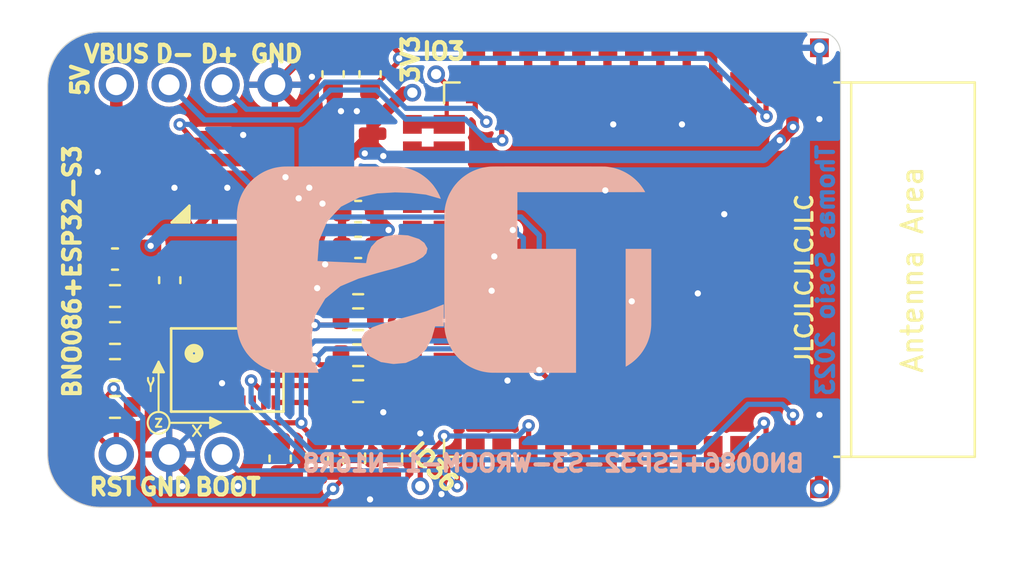
<source format=kicad_pcb>
(kicad_pcb (version 20221018) (generator pcbnew)
  (title_block (comment 4 "AISLER Project ID: LXXGXMCH"))
  (layers (0 "F.Cu" signal) (31 "B.Cu" signal) (34 "B.Paste" user) (35 "F.Paste" user) (36 "B.SilkS" user "B.Silkscreen") (37 "F.SilkS" user "F.Silkscreen") (38 "B.Mask" user) (39 "F.Mask" user) (44 "Edge.Cuts" user))
  (net 0 "")
  (net 1 "GND")
  (net 2 "/CAP")
  (net 3 "/XIN")
  (net 4 "/XOUT")
  (net 5 "3.3V")
  (net 6 "/SCL{slash}SCK{slash}RX")
  (net 7 "/SDA{slash}MISO{slash}TX")
  (net 8 "/INT")
  (net 9 "/BOOT")
  (net 10 "/PS1")
  (net 11 "/RST")
  (net 12 "/MOSI")
  (net 13 "/CS")
  (net 14 "/VBUS")
  (net 16 "unconnected-(U2-GPIO4{slash}TOUCH4{slash}ADC1_CH3-Pad4)")
  (net 17 "/IO38")
  (net 18 "/CHIP_PU")
  (net 19 "/D+")
  (net 20 "/D-")
  (net 21 "unconnected-(U2-GPIO8{slash}TOUCH8{slash}ADC1_CH7{slash}SUBSPICS1-Pad12)")
  (net 22 "/IO0")
  (net 23 "unconnected-(U2-GPIO5{slash}TOUCH5{slash}ADC1_CH4-Pad5)")
  (net 24 "unconnected-(U2-GPIO6{slash}TOUCH6{slash}ADC1_CH5-Pad6)")
  (net 25 "unconnected-(U2-GPIO7{slash}TOUCH7{slash}ADC1_CH6-Pad7)")
  (net 26 "unconnected-(U2-GPIO15{slash}U0RTS{slash}ADC2_CH4{slash}XTAL_32K_P-Pad8)")
  (net 27 "unconnected-(U2-GPIO16{slash}U0CTS{slash}ADC2_CH5{slash}XTAL_32K_N-Pad9)")
  (net 28 "unconnected-(U2-GPIO17{slash}U1TXD{slash}ADC2_CH6-Pad10)")
  (net 29 "unconnected-(U2-GPIO18{slash}U1RXD{slash}ADC2_CH7{slash}CLK_OUT3-Pad11)")
  (net 30 "unconnected-(U2-GPIO3{slash}TOUCH3{slash}ADC1_CH2-Pad15)")
  (net 31 "unconnected-(U2-GPIO46-Pad16)")
  (net 32 "unconnected-(U2-GPIO9{slash}TOUCH9{slash}ADC1_CH8{slash}FSPIHD{slash}SUBSPIHD-Pad17)")
  (net 33 "unconnected-(U2-GPIO10{slash}TOUCH10{slash}ADC1_CH9{slash}FSPICS0{slash}FSPIIO4{slash}SUBSPICS0-Pad18)")
  (net 34 "unconnected-(U2-GPIO21-Pad23)")
  (net 35 "unconnected-(U2-GPIO47{slash}SPICLK_P{slash}SUBSPICLK_P_DIFF-Pad24)")
  (net 36 "unconnected-(U2-GPIO48{slash}SPICLK_N{slash}SUBSPICLK_N_DIFF-Pad25)")
  (net 37 "unconnected-(U2-GPIO45-Pad26)")
  (net 38 "unconnected-(U2-SPIIO6{slash}GPIO35{slash}FSPID{slash}SUBSPID-Pad28)")
  (net 39 "unconnected-(U2-SPIIO7{slash}GPIO36{slash}FSPICLK{slash}SUBSPICLK-Pad29)")
  (net 40 "unconnected-(U2-SPIDQS{slash}GPIO37{slash}FSPIQ{slash}SUBSPIQ-Pad30)")
  (net 41 "unconnected-(U2-MTCK{slash}GPIO39{slash}CLK_OUT3{slash}SUBSPICS1-Pad32)")
  (net 42 "unconnected-(U2-MTDO{slash}GPIO40{slash}CLK_OUT2-Pad33)")
  (net 43 "unconnected-(U2-MTDI{slash}GPIO41{slash}CLK_OUT1-Pad34)")
  (net 44 "unconnected-(U2-MTMS{slash}GPIO42-Pad35)")
  (net 45 "unconnected-(U2-U0RXD{slash}GPIO44{slash}CLK_OUT2-Pad36)")
  (net 46 "unconnected-(U2-U0TXD{slash}GPIO43{slash}CLK_OUT1-Pad37)")
  (net 48 "/5V")
  (net 49 "/S_SCL")
  (net 50 "/S_SDA")
  (net 51 "/PS0{slash}WAKE")
  (footprint "TestPoint:TestPoint_Pad_1.0x1.0mm" (layer "F.Cu") (at 152.146 118.999)
    (fp_text reference "REF**" hide)
    (fp_text value "TestPoint_Pad_1.0x1.0mm")
  )
  (footprint "TestPoint:TestPoint_Pad_1.0x1.0mm" (layer "F.Cu") (at 156.464 101.346)
    (fp_text reference "REF**" hide)
    (fp_text value "TestPoint_Pad_1.0x1.0mm")
  )
  (footprint "Connector_PinHeader_1.00mm:PinHeader_1x02_P1.00mm_Vertical" (layer "F.Cu") (at 152.527 121.428)
    (fp_text reference "REF**" hide)
    (fp_text value "PinHeader_1x02_P1.00mm_Vertical")
  )
  (footprint "Capacitor_SMD:C_0603_1608Metric" (layer "F.Cu") (at 140.49 112.522 90)
    (fp_text reference "C6" hide)
    (fp_text value "22pF")
  )
  (footprint "TestPoint:TestPoint_Pad_1.0x1.0mm" (layer "F.Cu") (at 161.544 122.555)
    (fp_text reference "REF**" hide)
    (fp_text value "TestPoint_Pad_1.0x1.0mm")
  )
  (footprint "Capacitor_SMD:C_0603_1608Metric" (layer "F.Cu") (at 149.543 109.218856 180)
    (fp_text reference "C3" hide)
    (fp_text value "10uF")
  )
  (footprint "TestPoint:TestPoint_Pad_1.0x1.0mm" (layer "F.Cu") (at 155.194 101.346)
    (fp_text reference "REF**" hide)
    (fp_text value "TestPoint_Pad_1.0x1.0mm")
  )
  (footprint "TestPoint:TestPoint_Pad_1.0x1.0mm" (layer "F.Cu") (at 152.146 105.029)
    (fp_text reference "REF**" hide)
    (fp_text value "TestPoint_Pad_1.0x1.0mm")
  )
  (footprint "TestPoint:TestPoint_Pad_1.0x1.0mm" (layer "F.Cu") (at 162.814 101.346)
    (fp_text reference "REF**" hide)
    (fp_text value "TestPoint_Pad_1.0x1.0mm")
  )
  (footprint "TestPoint:TestPoint_Pad_1.0x1.0mm" (layer "F.Cu") (at 162.814 122.555)
    (fp_text reference "REF**" hide)
    (fp_text value "TestPoint_Pad_1.0x1.0mm")
  )
  (footprint "TestPoint:TestPoint_Pad_1.0x1.0mm" (layer "F.Cu") (at 165.354 101.346)
    (fp_text reference "REF**" hide)
    (fp_text value "TestPoint_Pad_1.0x1.0mm")
  )
  (footprint "TestPoint:TestPoint_Pad_1.0x1.0mm" (layer "F.Cu") (at 152.146 112.649)
    (fp_text reference "REF**" hide)
    (fp_text value "TestPoint_Pad_1.0x1.0mm")
  )
  (footprint "TestPoint:TestPoint_Pad_1.0x1.0mm" (layer "F.Cu") (at 167.894 122.555)
    (fp_text reference "REF**" hide)
    (fp_text value "TestPoint_Pad_1.0x1.0mm")
  )
  (footprint "TestPoint:TestPoint_Pad_1.0x1.0mm" (layer "F.Cu") (at 152.146 116.459)
    (fp_text reference "REF**" hide)
    (fp_text value "TestPoint_Pad_1.0x1.0mm")
  )
  (footprint "Adafruit_BNO08x:XTAL3215" (layer "F.Cu") (at 143.284 112.522 180)
    (fp_text reference "X1" hide)
    (fp_text value "32.768")
  )
  (footprint "Connector_PinHeader_2.54mm:PinHeader_1x04_P2.54mm_Vertical" (layer "F.Cu") (at 137.922 103.124 90)
    (fp_text reference "J2" hide)
    (fp_text value "Conn_01x04_Pin" hide)
  )
  (footprint "Espressif:ESP32-S3-WROOM-1" (layer "F.Cu") (at 163.42 112.014 -90)
    (fp_text reference "U2" hide)
    (fp_text value "ESP32-S3-WROOM-1")
  )
  (footprint "TestPoint:TestPoint_Pad_1.0x1.0mm" (layer "F.Cu") (at 171.704 122.555)
    (fp_text reference "REF**" hide)
    (fp_text value "TestPoint_Pad_1.0x1.0mm")
  )
  (footprint "Resistor_SMD:R_0603_1608Metric" (layer "F.Cu") (at 149.352 121.095 90)
    (fp_text reference "R3" hide)
    (fp_text value "10K")
  )
  (footprint "TestPoint:TestPoint_Pad_1.0x1.0mm" (layer "F.Cu") (at 152.146 111.379)
    (fp_text reference "REF**" hide)
    (fp_text value "TestPoint_Pad_1.0x1.0mm")
  )
  (footprint "Capacitor_SMD:C_0603_1608Metric" (layer "F.Cu") (at 145.796 121.095 90)
    (fp_text reference "C4" hide)
    (fp_text value "0.1uF")
  )
  (footprint "TestPoint:TestPoint_Pad_1.0x1.0mm" (layer "F.Cu") (at 166.624 122.555)
    (fp_text reference "REF**" hide)
    (fp_text value "TestPoint_Pad_1.0x1.0mm")
  )
  (footprint "TestPoint:TestPoint_Pad_1.0x1.0mm" (layer "F.Cu") (at 159.004 122.555)
    (fp_text reference "REF**" hide)
    (fp_text value "TestPoint_Pad_1.0x1.0mm")
  )
  (footprint "Capacitor_SMD:C_0603_1608Metric" (layer "F.Cu") (at 148.336 102.616 90)
    (fp_text reference "C2" hide)
    (fp_text value "1uF")
  )
  (footprint "TestPoint:TestPoint_Pad_1.0x1.0mm" (layer "F.Cu") (at 160.274 122.555)
    (fp_text reference "REF**" hide)
    (fp_text value "TestPoint_Pad_1.0x1.0mm")
  )
  (footprint "TestPoint:TestPoint_Pad_1.0x1.0mm" (layer "F.Cu") (at 157.734 101.346)
    (fp_text reference "REF**" hide)
    (fp_text value "TestPoint_Pad_1.0x1.0mm")
  )
  (footprint "Capacitor_SMD:C_0603_1608Metric" (layer "F.Cu") (at 137.859 111.506 180)
    (fp_text reference "C5" hide)
    (fp_text value "0.1uF")
  )
  (footprint "Connector_PinSocket_2.54mm:PinSocket_1x03_P2.54mm_Vertical" (layer "F.Cu") (at 143.002 120.904 -90)
    (fp_text reference "J3" hide)
    (fp_text value "Conn_01x03_Pin")
  )
  (footprint "Resistor_SMD:R_0603_1608Metric" (layer "F.Cu") (at 151.13 121.095 90)
    (fp_text reference "R7" hide)
    (fp_text value "10K")
  )
  (footprint "" (layer "F.Cu") (at 171.704 101.346)
    (fp_text reference "")
    (fp_text value "")
  )
  (footprint "Resistor_SMD:R_0603_1608Metric" (layer "F.Cu") (at 137.859 113.284)
    (fp_text reference "R13" hide)
    (fp_text value "10K")
  )
  (footprint "Resistor_SMD:R_0603_1608Metric" (layer "F.Cu") (at 149.543 116.128568 180)
    (fp_text reference "R11" hide)
    (fp_text value "10K")
  )
  (footprint "Diode_SMD:Nexperia_CFP3_SOD-123W" (layer "F.Cu") (at 145.542 107.442 90)
    (fp_text reference "D3" hide)
    (fp_text value "1N5819HW-7-F")
  )
  (footprint "TestPoint:TestPoint_Pad_1.0x1.0mm" (layer "F.Cu") (at 152.146 106.299)
    (fp_text reference "REF**" hide)
    (fp_text value "TestPoint_Pad_1.0x1.0mm")
  )
  (footprint "Resistor_SMD:R_0603_1608Metric" (layer "F.Cu") (at 137.859 118.618)
    (fp_text reference "R9" hide)
    (fp_text value "10K")
  )
  (footprint "Adafruit_BNO08x:BNO080" (layer "F.Cu") (at 143.256 116.84)
    (fp_text reference "U1" hide)
    (fp_text value "BNO086")
  )
  (footprint "TestPoint:TestPoint_Pad_1.0x1.0mm" (layer "F.Cu") (at 170.434 101.346)
    (fp_text reference "REF**" hide)
    (fp_text value "TestPoint_Pad_1.0x1.0mm")
  )
  (footprint "Resistor_SMD:R_0603_1608Metric" (layer "F.Cu") (at 137.859 115.062)
    (fp_text reference "R8" hide)
    (fp_text value "10K")
  )
  (footprint "TestPoint:TestPoint_Pad_1.0x1.0mm" (layer "F.Cu") (at 170.434 122.555)
    (fp_text reference "REF**" hide)
    (fp_text value "TestPoint_Pad_1.0x1.0mm")
  )
  (footprint "Connector_PinHeader_1.00mm:PinHeader_1x02_P1.00mm_Vertical" (layer "F.Cu") (at 152.146 102.505)
    (fp_text reference "REF**" hide)
    (fp_text value "PinHeader_1x02_P1.00mm_Vertical")
  )
  (footprint "TestPoint:TestPoint_Pad_1.0x1.0mm" (layer "F.Cu") (at 159.004 101.346)
    (fp_text reference "REF**" hide)
    (fp_text value "TestPoint_Pad_1.0x1.0mm")
  )
  (footprint "TestPoint:TestPoint_Pad_1.0x1.0mm" (layer "F.Cu") (at 156.464 122.555)
    (fp_text reference "REF**" hide)
    (fp_text value "TestPoint_Pad_1.0x1.0mm")
  )
  (footprint "TestPoint:TestPoint_Pad_1.0x1.0mm" (layer "F.Cu") (at 165.354 122.555)
    (fp_text reference "REF**" hide)
    (fp_text value "TestPoint_Pad_1.0x1.0mm")
  )
  (footprint "TestPoint:TestPoint_Pad_1.0x1.0mm" (layer "F.Cu") (at 152.146 110.109)
    (fp_text reference "REF**" hide)
    (fp_text value "TestPoint_Pad_1.0x1.0mm")
  )
  (footprint "TestPoint:TestPoint_Pad_1.0x1.0mm" (layer "F.Cu") (at 152.146 117.729)
    (fp_text reference "REF**" hide)
    (fp_text value "TestPoint_Pad_1.0x1.0mm")
  )
  (footprint "TestPoint:TestPoint_Pad_1.0x1.0mm" (layer "F.Cu") (at 166.624 101.346)
    (fp_text reference "REF**" hide)
    (fp_text value "TestPoint_Pad_1.0x1.0mm")
  )
  (footprint "TestPoint:TestPoint_Pad_1.0x1.0mm" (layer "F.Cu") (at 152.146 108.839)
    (fp_text reference "REF**" hide)
    (fp_text value "TestPoint_Pad_1.0x1.0mm")
  )
  (footprint "TestPoint:TestPoint_Pad_1.0x1.0mm" (layer "F.Cu") (at 169.164 101.346)
    (fp_text reference "REF**" hide)
    (fp_text value "TestPoint_Pad_1.0x1.0mm")
  )
  (footprint "TestPoint:TestPoint_Pad_1.0x1.0mm" (layer "F.Cu") (at 164.084 122.555)
    (fp_text reference "REF**" hide)
    (fp_text value "TestPoint_Pad_1.0x1.0mm")
  )
  (footprint "TestPoint:TestPoint_Pad_1.0x1.0mm" (layer "F.Cu") (at 171.704 101.346)
    (fp_text reference "REF**" hide)
    (fp_text value "TestPoint_Pad_1.0x1.0mm")
  )
  (footprint "TestPoint:TestPoint_Pad_1.0x1.0mm" (layer "F.Cu") (at 167.894 101.346)
    (fp_text reference "REF**" hide)
    (fp_text value "TestPoint_Pad_1.0x1.0mm")
  )
  (footprint "TestPoint:TestPoint_Pad_1.0x1.0mm" (layer "F.Cu") (at 152.146 115.189)
    (fp_text reference "REF**" hide)
    (fp_text value "TestPoint_Pad_1.0x1.0mm")
  )
  (footprint "Resistor_SMD:R_0603_1608Metric" (layer "F.Cu") (at 147.574 121.095 90)
    (fp_text reference "R12" hide)
    (fp_text value "10K")
  )
  (footprint "Resistor_SMD:R_0603_1608Metric" (layer "F.Cu") (at 149.543 112.673712 180)
    (fp_text reference "R6" hide)
    (fp_text value "10K")
  )
  (footprint "Capacitor_SMD:C_0603_1608Metric" (layer "F.Cu") (at 149.543 110.946284 180)
    (fp_text reference "C9" hide)
    (fp_text value "0.1uF")
  )
  (footprint "TestPoint:TestPoint_Pad_1.0x1.0mm" (layer "F.Cu") (at 161.544 101.346)
    (fp_text reference "REF**" hide)
    (fp_text value "TestPoint_Pad_1.0x1.0mm")
  )
  (footprint "TestPoint:TestPoint_Pad_1.0x1.0mm" (layer "F.Cu") (at 169.164 122.555)
    (fp_text reference "REF**" hide)
    (fp_text value "TestPoint_Pad_1.0x1.0mm")
  )
  (footprint "TestPoint:TestPoint_Pad_1.0x1.0mm" (layer "F.Cu") (at 152.146 113.919)
    (fp_text reference "REF**" hide)
    (fp_text value "TestPoint_Pad_1.0x1.0mm")
  )
  (footprint "Connector_PinHeader_1.00mm:PinHeader_1x02_P1.00mm_Vertical" (layer "F.Cu") (at 153.289 101.616)
    (fp_text reference "REF**" hide)
    (fp_text value "PinHeader_1x02_P1.00mm_Vertical")
  )
  (footprint "Capacitor_SMD:C_0603_1608Metric" (layer "F.Cu") (at 150.114 102.616 90)
    (fp_text reference "C8" hide)
    (fp_text value "1uF")
  )
  (footprint "Capacitor_SMD:C_0603_1608Metric" (layer "F.Cu") (at 146.078 112.509 90)
    (fp_text reference "C7" hide)
    (fp_text value "22pF")
  )
  (footprint "TestPoint:TestPoint_Pad_1.0x1.0mm" (layer "F.Cu") (at 152.146 107.569)
    (fp_text reference "REF**" hide)
    (fp_text value "TestPoint_Pad_1.0x1.0mm")
  )
  (footprint "TestPoint:TestPoint_Pad_1.0x1.0mm" (layer "F.Cu") (at 164.084 101.346)
    (fp_text reference "REF**" hide)
    (fp_text value "TestPoint_Pad_1.0x1.0mm")
  )
  (footprint "LED_SMD:LED_WS2812B_PLCC4_5.0x5.0mm_P3.2mm" (layer "F.Cu") (at 140.208 107.442)
    (fp_text reference "D2" hide)
    (fp_text value "WS2812B")
  )
  (footprint "Resistor_SMD:R_0603_1608Metric" (layer "F.Cu") (at 149.543 117.856)
    (fp_text reference "R14" hide)
    (fp_text value "10K")
  )
  (footprint "Resistor_SMD:R_0603_1608Metric" (layer "F.Cu") (at 137.859 116.84)
    (fp_text reference "R10" hide)
    (fp_text value "10K")
  )
  (footprint "TestPoint:TestPoint_Pad_1.0x1.0mm" (layer "F.Cu") (at 155.194 122.555)
    (fp_text reference "REF**" hide)
    (fp_text value "TestPoint_Pad_1.0x1.0mm")
  )
  (footprint "TestPoint:TestPoint_Pad_1.0x1.0mm" (layer "F.Cu") (at 160.274 101.346)
    (fp_text reference "REF**" hide)
    (fp_text value "TestPoint_Pad_1.0x1.0mm")
  )
  (footprint "Resistor_SMD:R_0603_1608Metric" (layer "F.Cu") (at 149.543 114.40114 180)
    (fp_text reference "R5" hide)
    (fp_text value "10K")
  )
  (footprint "TestPoint:TestPoint_Pad_1.0x1.0mm" (layer "F.Cu") (at 157.734 122.555)
    (fp_text reference "REF**" hide)
    (fp_text value "TestPoint_Pad_1.0x1.0mm")
  )
  (footprint "Package_TO_SOT_SMD:SOT-23-5" (layer "F.Cu") (at 149.098 106.426)
    (fp_text reference "U4" hide)
    (fp_text value "XC6210B332MR")
  )
  (footprint "" (layer "F.Cu") (at 171.704 122.555)
    (fp_text reference "")
    (fp_text value "")
  )
  (footprint "LOGO" (layer "B.Cu") (at 153.610142 112.053569 180)
    (fp_text reference "G***" hide)
    (fp_text value "LOGO" hide)
  )
  (gr_line (start 139.954 116.443366) (end 139.7 116.951366) (stroke (width 0.1)) (layer "F.SilkS"))
  (gr_line (start 142.8115 119.38) (end 142.5575 119.507) (stroke (width 0.1)) (layer "F.SilkS"))
  (gr_line (start 139.446 117.221) (end 139.446 117.348) (stroke (width 0.1)) (layer "F.SilkS"))
  (gr_line (start 139.954 116.443366) (end 139.954 118.856366) (stroke (width 0.1)) (layer "F.SilkS"))
  (gr_line (start 142.5575 119.38) (end 142.8115 119.38) (stroke (width 0.1)) (layer "F.SilkS"))
  (gr_line (start 142.9385 119.38) (end 140.5255 119.38) (stroke (width 0.1)) (layer "F.SilkS"))
  (gr_line (start 139.827 119.1895) (end 140.081 119.1895) (stroke (width 0.1)) (layer "F.SilkS"))
  (gr_line (start 139.954 116.570366) (end 139.827 116.824366) (stroke (width 0.1)) (layer "F.SilkS"))
  (gr_line (start 139.954 116.824366) (end 139.954 116.570366) (stroke (width 0.1)) (layer "F.SilkS"))
  (gr_line (start 142.4305 119.634) (end 142.9385 119.38) (stroke (width 0.1)) (layer "F.SilkS"))
  (gr_line (start 139.954 116.570366) (end 140.081 116.824366) (stroke (width 0.1)) (layer "F.SilkS"))
  (gr_line (start 142.8115 119.38) (end 142.5575 119.253) (stroke (width 0.1)) (layer "F.SilkS"))
  (gr_line (start 141.605 119.507) (end 141.986 120.015) (stroke (width 0.1)) (layer "F.SilkS"))
  (gr_line (start 141.605 120.015) (end 141.986 119.507) (stroke (width 0.1)) (layer "F.SilkS"))
  (gr_line (start 142.5575 119.253) (end 142.5575 119.507) (stroke (width 0.2)) (layer "F.SilkS"))
  (gr_line (start 139.827 116.824366) (end 140.081 116.824366) (stroke (width 0.2)) (layer "F.SilkS"))
  (gr_line (start 139.827 119.5705) (end 140.081 119.5705) (stroke (width 0.1)) (layer "F.SilkS"))
  (gr_line (start 142.9385 119.38) (end 142.4305 119.126) (stroke (width 0.1)) (layer "F.SilkS"))
  (gr_line (start 139.446 117.348) (end 139.573 117.602) (stroke (width 0.1)) (layer "F.SilkS"))
  (gr_line (start 139.573 117.602) (end 139.7 117.348) (stroke (width 0.1)) (layer "F.SilkS"))
  (gr_circle (center 139.954 119.38) (end 140.081 118.872) (stroke (width 0.1)) (fill none) (layer "F.SilkS"))
  (gr_line (start 139.7 117.348) (end 139.7 117.221) (stroke (width 0.1)) (layer "F.SilkS"))
  (gr_line (start 142.4305 119.126) (end 142.4305 119.634) (stroke (width 0.1)) (layer "F.SilkS"))
  (gr_line (start 139.7 116.951366) (end 140.208 116.951366) (stroke (width 0.1)) (layer "F.SilkS"))
  (gr_line (start 140.208 116.951366) (end 139.954 116.443366) (stroke (width 0.1)) (layer "F.SilkS"))
  (gr_line (start 139.573 117.602) (end 139.573 117.856) (stroke (width 0.1)) (layer "F.SilkS"))
  (gr_line (start 140.081 119.1895) (end 139.827 119.5705) (stroke (width 0.1)) (layer "F.SilkS"))
  (gr_line (start 171.704 100.584) (end 137.16 100.584) (stroke (width 0.05)) (layer "Edge.Cuts"))
  (gr_arc (start 171.704 100.584) (mid 172.42242 100.88158) (end 172.72 101.6) (stroke (width 0.05)) (layer "Edge.Cuts"))
  (gr_line (start 172.72 122.428) (end 172.72 101.6) (stroke (width 0.05)) (layer "Edge.Cuts"))
  (gr_arc (start 172.72 122.428) (mid 172.42242 123.14642) (end 171.704 123.444) (stroke (width 0.05)) (layer "Edge.Cuts"))
  (gr_arc (start 134.62 103.124) (mid 135.363948 101.327948) (end 137.16 100.584) (stroke (width 0.05)) (layer "Edge.Cuts"))
  (gr_line (start 137.16 123.444) (end 171.704 123.444) (stroke (width 0.05)) (layer "Edge.Cuts"))
  (gr_line (start 134.62 103.124) (end 134.62 120.904) (stroke (width 0.05)) (layer "Edge.Cuts"))
  (gr_arc (start 137.16 123.444) (mid 135.363949 122.700051) (end 134.62 120.904) (stroke (width 0.05)) (layer "Edge.Cuts"))
  (gr_text "Thomas Sosio 2023" (at 172.466 105.918 90) (layer "B.Cu") (effects (font (size 0.8 0.8) (thickness 0.2) bold) (justify left bottom mirror)))
  (gr_text "BNO086+ESP32-S3-WROOM-1-N16R8" (at 171.069 121.793) (layer "B.SilkS") (effects (font (size 0.8 0.8) (thickness 0.2) bold) (justify left bottom mirror)))
  (gr_text "D+" (at 141.859 102.108) (layer "F.SilkS") (effects (font (size 0.8 0.8) (thickness 0.2) bold) (justify left bottom)))
  (gr_text "GND" (at 138.938 122.936) (layer "F.SilkS") (effects (font (size 0.8 0.8) (thickness 0.2) bold) (justify left bottom)))
  (gr_text "3V3" (at 152.527 103.124 90) (layer "F.SilkS") (effects (font (size 0.8 0.8) (thickness 0.2) bold) (justify left bottom)))
  (gr_text "D-" (at 139.7 102.108) (layer "F.SilkS") (effects (font (size 0.8 0.8) (thickness 0.2) bold) (justify left bottom)))
  (gr_text "BNO086+ESP32-S3" (at 136.271 118.272096 90) (layer "F.SilkS") (effects (font (size 0.8 0.8) (thickness 0.2) bold) (justify left bottom)))
  (gr_text "VBUS" (at 136.271 102.108) (layer "F.SilkS") (effects (font (size 0.8 0.8) (thickness 0.2) bold) (justify left bottom)))
  (gr_text "GND" (at 144.272 102.108) (layer "F.SilkS") (effects (font (size 0.8 0.8) (thickness 0.2) bold) (justify left bottom)))
  (gr_text "IO36" (at 151.765 120.777 315) (layer "F.SilkS") (effects (font (size 0.8 0.8) (thickness 0.2) bold) (justify left bottom)))
  (gr_text "JLCJLCJLCJLC" (at 171.45 116.713 90) (layer "F.SilkS") (effects (font (size 0.8 0.8) (thickness 0.15) bold) (justify left bottom)))
  (gr_text "5V" (at 136.652 103.759 90) (layer "F.SilkS") (effects (font (size 0.8 0.8) (thickness 0.2) bold) (justify left bottom)))
  (gr_text "BOOT" (at 141.605 122.936) (layer "F.SilkS") (effects (font (size 0.8 0.8) (thickness 0.2) bold) (justify left bottom)))
  (gr_text "RST" (at 136.525 122.936) (layer "F.SilkS") (effects (font (size 0.8 0.8) (thickness 0.2) bold) (justify left bottom)))
  (gr_text "IO3" (at 152.527 101.981) (layer "F.SilkS") (effects (font (size 0.8 0.8) (thickness 0.2) bold) (justify left bottom)))
  (segment (start 147.9605 106.426) (end 147.465657 106.426) (width 0.4) (layer "F.Cu") (net 1))
  (segment (start 146.078 111.734) (end 143.436 109.092) (width 0.4) (layer "F.Cu") (net 1))
  (segment (start 148.336 101.841) (end 150.114 101.841) (width 0.4) (layer "F.Cu") (net 1))
  (segment (start 142.658 109.092) (end 143.256 108.494) (width 0.4) (layer "F.Cu") (net 1))
  (segment (start 140.49 111.26) (end 141.641 110.109) (width 0.4) (layer "F.Cu") (net 1))
  (segment (start 145.512 122.154) (end 142.768 122.154) (width 0.4) (layer "F.Cu") (net 1))
  (segment (start 146.825 101.841) (end 148.336 101.841) (width 0.4) (layer "F.Cu") (net 1))
  (segment (start 143.006 115.8964) (end 143.006 115.2775) (width 0.25) (layer "F.Cu") (net 1))
  (segment (start 146.5452 105.505543) (end 146.5452 104.1272) (width 0.4) (layer "F.Cu") (net 1))
  (segment (start 147.955 111.76) (end 147.980284 111.734) (width 0.4) (layer "F.Cu") (net 1))
  (segment (start 150.368 117.856) (end 150.749 118.237) (width 0.25) (layer "F.Cu") (net 1))
  (segment (start 171.68 119.023) (end 171.704 118.999) (width 0.4) (layer "F.Cu") (net 1))
  (segment (start 143.256 108.077) (end 143.673 108.077) (width 0.4) (layer "F.Cu") (net 1))
  (segment (start 171.68 103.264) (end 171.68 101.497) (width 0.25) (layer "F.Cu") (net 1))
  (segment (start 145.796 121.87) (end 146.4742 121.1918) (width 0.25) (layer "F.Cu") (net 1))
  (segment (start 142.8124 116.09) (end 143.006 115.8964) (width 0.25) (layer "F.Cu") (net 1))
  (segment (start 142.22 122.154) (end 141.712 122.154) (width 0.4) (layer "F.Cu") (net 1))
  (segment (start 171.68 103.264) (end 171.68 104.751) (width 0.4) (layer "F.Cu") (net 1))
  (segment (start 147.465657 106.426) (end 146.5452 105.505543) (width 0.4) (layer "F.Cu") (net 1))
  (segment (start 143.006 117.5836) (end 143.006 118.4025) (width 0.25) (layer "F.Cu") (net 1))
  (segment (start 145.542 103.124) (end 146.825 101.841) (width 0.4) (layer "F.Cu") (net 1))
  (segment (start 141.712 122.154) (end 140.462 120.904) (width 0.4) (layer "F.Cu") (net 1))
  (segment (start 151.430188 121.1918) (end 152.527 119.888) (width 0.25) (layer "F.Cu") (net 1))
  (segment (start 140.9435 116.09) (end 141.5124 116.09) (width 0.25) (layer "F.Cu") (net 1))
  (segment (start 141.5124 116.09) (end 142.8124 116.09) (width 0.25) (layer "F.Cu") (net 1))
  (segment (start 147.980284 111.734) (end 148.768 110.946284) (width 0.4) (layer "F.Cu") (net 1))
  (segment (start 150.749 118.237) (end 150.749 118.872) (width 0.25) (layer "F.Cu") (net 1))
  (segment (start 137.795 110.109) (end 141.641 110.109) (width 0.4) (layer "F.Cu") (net 1))
  (segment (start 171.68 104.751) (end 171.704 104.775) (width 0.4) (layer "F.Cu") (net 1))
  (segment (start 152.527 119.888) (end 152.527 120.094988) (width 0.25) (layer "F.Cu") (net 1))
  (segment (start 142.768 122.154) (end 142.494 122.428) (width 0.4) (layer "F.Cu") (net 1))
  (segment (start 144.689 107.061) (end 146.830657 107.061) (width 0.4) (layer "F.Cu") (net 1))
  (segment (start 140.49 111.747) (end 140.49 111.26) (width 0.4) (layer "F.Cu") (net 1))
  (segment (start 143.436 109.092) (end 142.658 109.092) (width 0.4) (layer "F.Cu") (net 1))
  (segment (start 142.8974 117.475) (end 143.002 117.475) (width 0.25) (layer "F.Cu") (net 1))
  (segment (start 142.494 122.428) (end 142.22 122.154) (width 0.4) (layer "F.Cu") (net 1))
  (segment (start 143.002 117.5796) (end 143.006 117.5836) (width 0.25) (layer "F.Cu") (net 1))
  (segment (start 150.749 118.872) (end 150.749 118.745) (width 0.25) (layer "F.Cu") (net 1))
  (segment (start 146.078 111.734) (end 147.955 111.76) (width 0.4) (layer "F.Cu") (net 1))
  (segment (start 146.4742 121.1918) (end 151.430188 121.1918) (width 0.25) (layer "F.Cu") (net 1))
  (segment (start 141.641 110.109) (end 142.658 109.092) (width 0.4) (layer "F.Cu") (net 1))
  (segment (start 145.796 121.87) (end 145.512 122.154) (width 0.4) (layer "F.Cu") (net 1))
  (segment (start 171.68 120.764) (end 171.704 118.999) (width 0.25) (layer "F.Cu") (net 1))
  (segment (start 141.5124 116.09) (end 142.8974 117.475) (width 0.25) (layer "F.Cu") (net 1))
  (segment (start 146.5452 104.1272) (end 145.542 103.124) (width 0.4) (layer "F.Cu") (net 1))
  (segment (start 137.084 110.82) (end 137.795 110.109) (width 0.4) (layer "F.Cu") (net 1))
  (segment (start 171.704 104.775) (end 171.68 104.672) (width 0.25) (layer "F.Cu") (net 1))
  (segment (start 143.256 108.494) (end 143.256 108.077) (width 0.4) (layer "F.Cu") (net 1))
  (segment (start 137.084 111.506) (end 137.084 110.82) (width 0.4) (layer "F.Cu") (net 1))
  (segment (start 148.768 109.218856) (end 148.768 110.946284) (width 0.4) (layer "F.Cu") (net 1))
  (segment (start 143.673 108.077) (end 144.689 107.061) (width 0.4) (layer "F.Cu") (net 1))
  (segment (start 146.830657 107.061) (end 147.465657 106.426) (width 0.4) (layer "F.Cu") (net 1))
  (segment (start 171.68 120.764) (end 171.68 119.023) (width 0.4) (layer "F.Cu") (net 1))
  (segment (start 171.68 120.764) (end 171.68 122.452) (width 0.4) (layer "F.Cu") (net 1))
  (segment (start 143.002 117.475) (end 143.002 117.5796) (width 0.25) (layer "F.Cu") (net 1))
  (via (at 143.002 117.475) (size 0.6) (drill 0.3) (layers "F.Cu" "B.Cu") (net 1))
  (via (at 162.687 113.538) (size 0.6) (drill 0.3) (layers "F.Cu" "B.Cu") (net 1))
  (via (at 156.718 117.348) (size 0.6) (drill 0.3) (layers "F.Cu" "B.Cu") (net 1))
  (via (at 137.033 107.315) (size 0.6) (drill 0.3) (layers "F.Cu" "B.Cu") (net 1))
  (via (at 171.704 104.775) (size 0.6) (drill 0.3) (layers "F.Cu" "B.Cu") (net 1))
  (via (at 144.018 105.537) (size 0.6) (drill 0.3) (layers "F.Cu" "B.Cu") (net 1))
  (via (at 171.704 118.999) (size 0.6) (drill 0.3) (layers "F.Cu" "B.Cu") (net 1))
  (via (at 152.527 119.888) (size 0.6) (drill 0.3) (layers "F.Cu" "B.Cu") (net 1))
  (via (at 143.764 122.428) (size 0.6) (drill 0.3) (layers "F.Cu" "B.Cu") (net 1))
  (via (at 161.798 105.029) (size 0.6) (drill 0.3) (layers "F.Cu" "B.Cu") (net 1))
  (via (at 165.862 113.157) (size 0.6) (drill 0.3) (layers "F.Cu" "B.Cu") (net 1))
  (via (at 141.097 122.428) (size 0.6) (drill 0.3) (layers "F.Cu" "B.Cu") (net 1))
  (via (at 147.828 108.839) (size 0.6) (drill 0.3) (layers "F.Cu" "B.Cu") (net 1))
  (via (at 153.543 122.809) (size 0.6) (drill 0.3) (layers "F.Cu" "B.Cu") (net 1))
  (via (at 150.114 123.063) (size 0.6) (drill 0.3) (layers "F.Cu" "B.Cu") (net 1))
  (via (at 167.132 109.347) (size 0.6) (drill 0.3) (layers "F.Cu" "B.Cu") (net 1))
  (via (at 146.05 107.569) (size 0.6) (drill 0.3) (layers "F.Cu" "B.Cu") (net 1))
  (via (at 150.749 118.872) (size 0.6) (drill 0.3) (layers "F.Cu" "B.Cu") (net 1))
  (via (at 147.955 111.76) (size 0.6) (drill 0.3) (layers "F.Cu" "B.Cu") (net 1))
  (via (at 147.32 102.743) (size 0.6) (drill 0.3) (layers "F.Cu" "B.Cu") (net 1))
  (via (at 161.417 108.204) (size 0.6) (drill 0.3) (layers "F.Cu" "B.Cu") (net 1))
  (via (at 165.1 105.029) (size 0.6) (drill 0.3) (layers "F.Cu" "B.Cu") (net 1))
  (via (at 140.716 108.077) (size 0.6) (drill 0.3) (layers "F.Cu" "B.Cu") (net 1))
  (via (at 143.256 108.077) (size 0.6) (drill 0.3) (layers "F.Cu" "B.Cu") (net 1))
  (segment (start 151.511 118.872) (end 152.527 119.888) (width 0.25) (layer "B.Cu") (net 1))
  (segment (start 150.749 118.872) (end 151.511 118.872) (width 0.25) (layer "B.Cu") (net 1))
  (segment (start 143.002 118.364) (end 143.002 117.475) (width 0.25) (layer "B.Cu") (net 1))
  (segment (start 143.002 117.221) (end 143.002 117.475) (width 0.25) (layer "B.Cu") (net 1))
  (segment (start 171.704 104.775) (end 168.158 101.229) (width 0.25) (layer "B.Cu") (net 1))
  (segment (start 140.462 120.904) (end 143.002 118.364) (width 0.25) (layer "B.Cu") (net 1))
  (segment (start 138.557 110.236) (end 138.557 112.776) (width 0.25) (layer "B.Cu") (net 1))
  (segment (start 171.704 118.999) (end 165.862 113.157) (width 0.25) (layer "B.Cu") (net 1))
  (segment (start 168.158 101.229) (end 147.437 101.229) (width 0.25) (layer "B.Cu") (net 1))
  (segment (start 140.716 108.077) (end 138.557 110.236) (width 0.25) (layer "B.Cu") (net 1))
  (segment (start 171.704 104.775) (end 167.132 109.347) (width 0.25) (layer "B.Cu") (net 1))
  (segment (start 147.437 101.229) (end 145.542 103.124) (width 0.25) (layer "B.Cu") (net 1))
  (segment (start 143.256 108.077) (end 140.716 108.077) (width 0.25) (layer "B.Cu") (net 1))
  (segment (start 143.680441 119.729) (end 144.271441 120.32) (width 0.25) (layer "F.Cu") (net 2))
  (segment (start 142.506 118.4025) (end 142.506 119.0214) (width 0.25) (layer "F.Cu") (net 2))
  (segment (start 144.271441 120.32) (end 145.796 120.32) (width 0.25) (layer "F.Cu") (net 2))
  (segment (start 142.506 119.0214) (end 143.2136 119.729) (width 0.25) (layer "F.Cu") (net 2))
  (segment (start 143.2136 119.729) (end 143.680441 119.729) (width 0.25) (layer "F.Cu") (net 2))
  (segment (start 140.49 113.297) (end 140.677558 113.297) (width 0.25) (layer "F.Cu") (net 3))
  (segment (start 142.084 112.522) (end 142.006 112.6) (width 0.25) (layer "F.Cu") (net 3))
  (segment (start 141.265 112.522) (end 140.49 113.297) (width 0.25) (layer "F.Cu") (net 3))
  (segment (start 142.006 112.6) (end 142.006 115.2775) (width 0.25) (layer "F.Cu") (net 3))
  (segment (start 142.084 112.522) (end 141.265 112.522) (width 0.25) (layer "F.Cu") (net 3))
  (segment (start 144.2404 112.522) (end 144.484 112.522) (width 0.25) (layer "F.Cu") (net 4))
  (segment (start 142.506 115.2775) (end 142.506 114.2564) (width 0.25) (layer "F.Cu") (net 4))
  (segment (start 142.506 114.2564) (end 144.2404 112.522) (width 0.25) (layer "F.Cu") (net 4))
  (segment (start 144.484 112.522) (end 145.316 112.522) (width 0.25) (layer "F.Cu") (net 4))
  (segment (start 145.316 112.522) (end 146.078 113.284) (width 0.25) (layer "F.Cu") (net 4))
  (segment (start 170.41 103.264) (end 170.41 105.132) (width 0.6) (layer "F.Cu") (net 5))
  (segment (start 150.318 110.946284) (end 150.318 110.794) (width 0.25) (layer "F.Cu") (net 5))
  (segment (start 150.2355 105.476) (end 149.12825 106.58325) (width 0.6) (layer "F.Cu") (net 5))
  (segment (start 137.795 117.729) (end 137.795 117.856) (width 0.25) (layer "F.Cu") (net 5))
  (segment (start 141.506 114.6586) (end 141.506 115.2775) (width 0.25) (layer "F.Cu") (net 5))
  (segment (start 139.573 110.871) (end 139.269 110.871) (width 0.6) (layer "F.Cu") (net 5))
  (segment (start 149.86 106.426) (end 149.2855 106.426) (width 0.4) (layer "F.Cu") (net 5))
  (segment (start 150.2355 106.0395) (end 150.749 106.553) (width 0.6) (layer "F.Cu") (net 5))
  (segment (start 149.0262 106.6853) (end 149.0262 107.927056) (width 0.4) (layer "F.Cu") (net 5))
  (segment (start 147.574 121.92) (end 151.13 121.92) (width 0.4) (layer "F.Cu") (net 5))
  (segment (start 169.799 105.791) (end 170.434 105.156) (width 0.6) (layer "F.Cu") (net 5))
  (segment (start 151.7636 103.505) (end 152.146 103.505) (width 0.6) (layer "F.Cu") (net 5))
  (segment (start 150.318 109.218856) (end 149.0262 107.927056) (width 0.6) (layer "F.Cu") (net 5))
  (segment (start 170.434 105.156) (end 170.41 105.053) (width 0.4) (layer "F.Cu") (net 5))
  (segment (start 170.41 103.264) (end 170.41 101.624) (width 0.4) (layer "F.Cu") (net 5))
  (segment (start 137.034 118.617) (end 137.795 117.729) (width 0.25) (layer "F.Cu") (net 5))
  (segment (start 140.3746 116.59) (end 140.9435 116.59) (width 0.25) (layer "F.Cu") (net 5))
  (segment (start 149.2855 106.426) (end 149.12825 106.58325) (width 0.4) (layer "F.Cu") (net 5))
  (segment (start 140.3278 116.5432) (end 140.3746 116.59) (width 0.25) (layer "F.Cu") (net 5))
  (segment (start 149.12825 106.58325) (end 149.0262 106.6853) (width 0.4) (layer "F.Cu") (net 5))
  (segment (start 150.2355 105.476) (end 149.86 105.8515) (width 0.4) (layer "F.Cu") (net 5))
  (segment (start 148.971 121.92) (end 148.336 122.555) (width 0.25) (layer "F.Cu") (net 5))
  (segment (start 150.2355 105.0331) (end 151.7636 103.505) (width 0.6) (layer "F.Cu") (net 5))
  (segment (start 170.41 105.132) (end 170.434 105.156) (width 0.6) (layer "F.Cu") (net 5))
  (segment (start 140.3278 116.5432) (end 140.3278 115.1818) (width 0.25) (layer "F.Cu") (net 5))
  (segment (start 150.2355 105.476) (end 150.2355 106.0395) (width 0.6) (layer "F.Cu") (net 5))
  (segment (start 149.86 105.8515) (end 149.86 106.426) (width 0.4) (layer "F.Cu") (net 5))
  (segment (start 137.034 113.284) (end 137.034 113.106) (width 0.4) (layer "F.Cu") (net 5))
  (segment (start 139.269 110.871) (end 138.634 111.506) (width 0.6) (layer "F.Cu") (net 5))
  (segment (start 149.352 121.92) (end 148.971 121.92) (width 0.25) (layer "F.Cu") (net 5))
  (segment (start 137.034 113.106) (end 138.634 111.506) (width 0.4) (layer "F.Cu") (net 5))
  (segment (start 137.034 118.618) (end 137.034 118.617) (width 0.25) (layer "F.Cu") (net 5))
  (segment (start 150.318 110.794) (end 151.003 110.109) (width 0.25) (layer "F.Cu") (net 5))
  (segment (start 150.318 116.078568) (end 150.368 116.128568) (width 0.4) (layer "F.Cu") (net 5))
  (segment (start 150.318 109.424) (end 151.003 110.109) (width 0.6) (layer "F.Cu") (net 5))
  (segment (start 137.034 118.618) (end 137.034 113.284) (width 0.4) (layer "F.Cu") (net 5))
  (segment (start 150.318 109.218856) (end 150.318 109.424) (width 0.6) (layer "F.Cu") (net 5))
  (segment (start 150.318 109.218856) (end 150.318 116.078568) (width 0.4) (layer "F.Cu") (net 5))
  (segment (start 141.3762 114.5288) (end 141.506 114.6586) (width 0.25) (layer "F.Cu") (net 5))
  (segment (start 150.2355 105.476) (end 150.2355 105.0331) (width 0.6) (layer "F.Cu") (net 5))
  (via (at 148.336 122.555) (size 0.6) (drill 0.3) (layers "F.Cu" "B.Cu") (net 5))
  (via (at 151.003 110.109) (size 0.6) (drill 0.3) (layers "F.Cu" "B.Cu") (net 5))
  (via (at 139.573 110.871) (size 0.6) (drill 0.3) (layers "F.Cu" "B.Cu") (net 5))
  (via (at 169.799 105.791) (size 0.6) (drill 0.3) (layers "F.Cu" "B.Cu") (net 5))
  (via (at 170.434 105.156) (size 0.6) (drill 0.3) (layers "F.Cu" "B.Cu") (net 5))
  (via (at 150.749 106.553) (size 0.6) (drill 0.3) (layers "F.Cu" "B.Cu") (net 5))
  (via (at 149.86 106.426) (size 0.6) (drill 0.3) (layers "F.Cu" "B.Cu") (net 5))
  (via (at 137.795 117.729) (size 0.6) (drill 0.3) (layers "F.Cu" "B.Cu") (net 5))
  (segment (start 150.787 106.591) (end 168.999 106.591) (width 0.6) (layer "B.Cu") (net 5))
  (segment (start 139.192 122.357) (end 139.954 123.119) (width 0.25) (layer "B.Cu") (net 5))
  (segment (start 137.795 117.729) (end 139.192 119.126) (width 0.25) (layer "B.Cu") (net 5))
  (segment (start 151.003 110.109) (end 150.876 110.109) (width 0.25) (layer "B.Cu") (net 5))
  (segment (start 150.622 106.426) (end 150.749 106.553) (width 0.6) (layer "B.Cu") (net 5))
  (segment (start 149.86 106.426) (end 150.622 106.426) (width 0.6) (layer "B.Cu") (net 5))
  (segment (start 140.335 110.109) (end 151.003 110.109) (width 0.6) (layer "B.Cu") (net 5))
  (segment (start 168.999 106.591) (end 169.799 105.791) (width 0.6) (layer "B.Cu") (net 5))
  (segment (start 139.954 123.119) (end 147.772 123.119) (width 0.25) (layer "B.Cu") (net 5))
  (segment (start 147.772 123.119) (end 148.336 122.555) (width 0.25) (layer "B.Cu") (net 5))
  (segment (start 139.573 110.871) (end 140.335 110.109) (width 0.6) (layer "B.Cu") (net 5))
  (segment (start 150.749 106.553) (end 150.787 106.591) (width 0.6) (layer "B.Cu") (net 5))
  (segment (start 139.192 119.126) (end 139.192 122.357) (width 0.25) (layer "B.Cu") (net 5))
  (segment (start 153.92 112.649) (end 152.527 112.649) (width 0.4) (layer "F.Cu") (net 6))
  (segment (start 147.14 114.681) (end 147.447 114.681) (width 0.25) (layer "F.Cu") (net 6))
  (segment (start 153.92 112.649) (end 155.575 112.649) (width 0.25) (layer "F.Cu") (net 6))
  (segment (start 147.447 114.681) (end 148.43814 114.681) (width 0.25) (layer "F.Cu") (net 6))
  (segment (start 145.731 116.09) (end 147.14 114.681) (width 0.25) (layer "F.Cu") (net 6))
  (segment (start 145.5685 116.09) (end 145.731 116.09) (width 0.25) (layer "F.Cu") (net 6))
  (segment (start 155.575 112.649) (end 155.956 113.03) (width 0.25) (layer "F.Cu") (net 6))
  (segment (start 148.43814 114.681) (end 148.718 114.40114) (width 0.25) (layer "F.Cu") (net 6))
  (via (at 155.956 113.03) (size 0.6) (drill 0.3) (layers "F.Cu" "B.Cu") (net 6))
  (via (at 147.447 114.681) (size 0.6) (drill 0.3) (layers "F.Cu" "B.Cu") (net 6))
  (segment (start 147.447 114.681) (end 154.305 114.681) (width 0.25) (layer "B.Cu") (net 6))
  (segment (start 154.305 114.681) (end 155.956 113.03) (width 0.25) (layer "B.Cu") (net 6))
  (segment (start 147.574 113.2095) (end 147.574 112.903) (width 0.25) (layer "F.Cu") (net 7))
  (segment (start 148.109788 112.673712) (end 148.718 112.673712) (width 0.25) (layer "F.Cu") (net 7))
  (segment (start 170.434 118.999) (end 170.434 120.74) (width 0.25) (layer "F.Cu") (net 7))
  (segment (start 170.434 120.74) (end 170.41 120.764) (width 0.25) (layer "F.Cu") (net 7))
  (segment (start 170.41 120.764) (end 170.41 122.531) (width 0.4) (layer "F.Cu") (net 7))
  (segment (start 147.47325 113.31025) (end 148.109788 112.673712) (width 0.25) (layer "F.Cu") (net 7))
  (segment (start 147.8805 112.903) (end 148.109788 112.673712) (width 0.25) (layer "F.Cu") (net 7))
  (segment (start 147.47325 113.31025) (end 147.574 113.2095) (width 0.25) (layer "F.Cu") (net 7))
  (segment (start 147.574 112.903) (end 147.8805 112.903) (width 0.25) (layer "F.Cu") (net 7))
  (segment (start 145.506 115.2775) (end 147.47325 113.31025) (width 0.25) (layer "F.Cu") (net 7))
  (via (at 170.434 118.999) (size 0.6) (drill 0.3) (layers "F.Cu" "B.Cu") (net 7))
  (via (at 147.574 112.903) (size 0.6) (drill 0.3) (layers "F.Cu" "B.Cu") (net 7))
  (segment (start 145.669 114.808) (end 145.669 119.120884) (width 0.25) (layer "B.Cu") (net 7))
  (segment (start 147.329116 120.781) (end 165.985 120.781) (width 0.25) (layer "B.Cu") (net 7))
  (segment (start 168.275 118.491) (end 169.926 118.491) (width 0.25) (layer "B.Cu") (net 7))
  (segment (start 145.669 119.120884) (end 147.329116 120.781) (width 0.25) (layer "B.Cu") (net 7))
  (segment (start 147.574 112.903) (end 145.669 114.808) (width 0.25) (layer "B.Cu") (net 7))
  (segment (start 165.985 120.781) (end 168.275 118.491) (width 0.25) (layer "B.Cu") (net 7))
  (segment (start 169.926 118.491) (end 170.434 118.999) (width 0.25) (layer "B.Cu") (net 7))
  (segment (start 145.006 118.4025) (end 145.006 117.955) (width 0.25) (layer "F.Cu") (net 8))
  (segment (start 144.399 117.348) (end 144.526 117.475) (width 0.25) (layer "F.Cu") (net 8))
  (segment (start 169.14 119.483) (end 169.037 119.38) (width 0.25) (layer "F.Cu") (net 8))
  (segment (start 145.006 117.955) (end 144.399 117.348) (width 0.25) (layer "F.Cu") (net 8))
  (segment (start 169.14 120.764) (end 169.14 122.658) (width 0.4) (layer "F.Cu") (net 8))
  (segment (start 169.14 120.764) (end 169.14 119.483) (width 0.25) (layer "F.Cu") (net 8))
  (via (at 169.037 119.38) (size 0.6) (drill 0.3) (layers "F.Cu" "B.Cu") (net 8))
  (via (at 144.399 117.348) (size 0.6) (drill 0.3) (layers "F.Cu" "B.Cu") (net 8))
  (segment (start 167.259 121.158) (end 169.037 119.38) (width 0.25) (layer "B.Cu") (net 8))
  (segment (start 144.399 118.384042) (end 147.172958 121.158) (width 0.25) (layer "B.Cu") (net 8))
  (segment (start 144.399 117.348) (end 144.399 118.384042) (width 0.25) (layer "B.Cu") (net 8))
  (segment (start 147.172958 121.158) (end 167.259 121.158) (width 0.25) (layer "B.Cu") (net 8))
  (segment (start 138.684 113.840012) (end 139.4122 114.568212) (width 0.25) (layer "F.Cu") (net 9))
  (segment (start 139.4122 114.568212) (end 139.4122 115.813054) (width 0.25) (layer "F.Cu") (net 9))
  (segment (start 139.4122 115.813054) (end 139.95 116.350854) (width 0.25) (layer "F.Cu") (net 9))
  (segment (start 140.281 117.09) (end 140.9435 117.09) (width 0.25) (layer "F.Cu") (net 9))
  (segment (start 138.684 113.284) (end 138.684 113.840012) (width 0.25) (layer "F.Cu") (net 9))
  (segment (start 139.95 116.350854) (end 139.95 116.759) (width 0.25) (layer "F.Cu") (net 9))
  (segment (start 139.95 116.759) (end 140.281 117.09) (width 0.25) (layer "F.Cu") (net 9))
  (segment (start 139.4122 116.346212) (end 138.684 115.618012) (width 0.25) (layer "F.Cu") (net 10))
  (segment (start 138.684 115.618012) (end 138.684 115.062) (width 0.25) (layer "F.Cu") (net 10))
  (segment (start 140.247842 117.59) (end 140.9435 117.59) (width 0.25) (layer "F.Cu") (net 10))
  (segment (start 139.4122 116.754358) (end 140.247842 117.59) (width 0.25) (layer "F.Cu") (net 10))
  (segment (start 139.4122 116.346212) (end 139.4122 116.754358) (width 0.25) (layer "F.Cu") (net 10))
  (segment (start 146.8458 119.5418) (end 147.574 120.27) (width 0.25) (layer "F.Cu") (net 11))
  (segment (start 153.92 111.379) (end 152.527 111.379) (width 0.4) (layer "F.Cu") (net 11))
  (segment (start 143.506 118.4025) (end 143.506 119.0214) (width 0.25) (layer "F.Cu") (net 11))
  (segment (start 143.506 119.0214) (end 143.8646 119.38) (width 0.25) (layer "F.Cu") (net 11))
  (segment (start 143.8646 119.38) (end 146.812 119.38) (width 0.25) (layer "F.Cu") (net 11))
  (segment (start 146.812 119.38) (end 146.8458 119.5418) (width 0.25) (layer "F.Cu") (net 11))
  (segment (start 153.92 111.379) (end 156.083 111.379) (width 0.25) (layer "F.Cu") (net 11))
  (via (at 146.812 119.38) (size 0.6) (drill 0.3) (layers "F.Cu" "B.Cu") (net 11))
  (via (at 156.083 111.379) (size 0.6) (drill 0.3) (layers "F.Cu" "B.Cu") (net 11))
  (segment (start 156.581 111.877) (end 156.083 111.379) (width 0.25) (layer "B.Cu") (net 11))
  (segment (start 156.581 113.802) (end 156.581 111.877) (width 0.25) (layer "B.Cu") (net 11))
  (segment (start 147.452116 115.443) (end 154.94 115.443) (width 0.25) (layer "B.Cu") (net 11))
  (segment (start 154.94 115.443) (end 156.581 113.802) (width 0.25) (layer "B.Cu") (net 11))
  (segment (start 146.812 119.38) (end 146.812 116.083116) (width 0.25) (layer "B.Cu") (net 11))
  (segment (start 146.812 116.083116) (end 147.452116 115.443) (width 0.25) (layer "B.Cu") (net 11))
  (segment (start 151.638 113.919) (end 152.527 113.919) (width 0.25) (layer "F.Cu") (net 12))
  (segment (start 148.718 117.856) (end 148.718 118.238) (width 0.25) (layer "F.Cu") (net 12))
  (segment (start 150.8348 117.0528) (end 151.0962 116.7914) (width 0.25) (layer "F.Cu") (net 12))
  (segment (start 149.606 117.856) (end 149.6398 117.8222) (width 0.25) (layer "F.Cu") (net 12))
  (segment (start 149.6398 117.8222) (end 149.6398 117.362212) (width 0.25) (layer "F.Cu") (net 12))
  (segment (start 153.92 113.919) (end 152.527 113.919) (width 0.4) (layer "F.Cu") (net 12))
  (segment (start 151.0962 114.4608) (end 151.638 113.919) (width 0.25) (layer "F.Cu") (net 12))
  (segment (start 149.949212 117.0528) (end 150.8348 117.0528) (width 0.25) (layer "F.Cu") (net 12))
  (segment (start 151.0962 116.7914) (end 151.0962 114.4608) (width 0.25) (layer "F.Cu") (net 12))
  (segment (start 148.718 117.856) (end 149.606 117.856) (width 0.25) (layer "F.Cu") (net 12))
  (segment (start 149.6398 117.362212) (end 149.949212 117.0528) (width 0.25) (layer "F.Cu") (net 12))
  (segment (start 147.952 117.09) (end 148.718 117.856) (width 0.25) (layer "F.Cu") (net 12))
  (segment (start 145.5685 117.09) (end 147.952 117.09) (width 0.25) (layer "F.Cu") (net 12))
  (segment (start 147.705 116.59) (end 148.256568 116.59) (width 0.25) (layer "F.Cu") (net 13))
  (segment (start 145.5685 116.59) (end 147.189 116.59) (width 0.25) (layer "F.Cu") (net 13))
  (segment (start 148.256568 116.59) (end 148.718 116.128568) (width 0.25) (layer "F.Cu") (net 13))
  (segment (start 153.92 110.109) (end 156.972 110.109) (width 0.25) (layer "F.Cu") (net 13))
  (segment (start 147.189 116.59) (end 147.447 116.332) (width 0.25) (layer "F.Cu") (net 13))
  (segment (start 153.92 110.109) (end 152.527 110.109) (width 0.4) (layer "F.Cu") (net 13))
  (segment (start 147.447 116.332) (end 147.705 116.59) (width 0.25) (layer "F.Cu") (net 13))
  (via (at 156.972 110.109) (size 0.6) (drill 0.3) (layers "F.Cu" "B.Cu") (net 13))
  (via (at 147.447 116.332) (size 0.6) (drill 0.3) (layers "F.Cu" "B.Cu") (net 13))
  (segment (start 156.972 110.109) (end 157.099 110.109) (width 0.25) (layer "B.Cu") (net 13))
  (segment (start 147.955 115.824) (end 155.702 115.824) (width 0.25) (layer "B.Cu") (net 13))
  (segment (start 155.829 115.697) (end 157.48 114.046) (width 0.25) (layer "B.Cu") (net 13))
  (segment (start 147.447 116.332) (end 147.955 115.824) (width 0.25) (layer "B.Cu") (net 13))
  (segment (start 157.48 114.046) (end 157.48 110.49) (width 0.25) (layer "B.Cu") (net 13))
  (segment (start 155.702 115.824) (end 155.829 115.697) (width 0.25) (layer "B.Cu") (net 13))
  (segment (start 157.48 110.49) (end 156.972 110.109) (width 0.25) (layer "B.Cu") (net 13))
  (segment (start 144.118088 106.7452) (end 144.821288 106.042) (width 0.6) (layer "F.Cu") (net 14))
  (segment (start 138.7112 106.7452) (end 144.118088 106.7452) (width 0.6) (layer "F.Cu") (net 14))
  (segment (start 144.821288 106.042) (end 145.542 106.042) (width 0.6) (layer "F.Cu") (net 14))
  (segment (start 137.922 103.124) (end 137.922 105.628) (width 0.6) (layer "F.Cu") (net 14))
  (segment (start 137.922 105.628) (end 137.758 105.792) (width 0.6) (layer "F.Cu") (net 14))
  (segment (start 137.758 105.792) (end 138.7112 106.7452) (width 0.6) (layer "F.Cu") (net 14))
  (segment (start 167.87 103.264) (end 167.87 101.624) (width 0.4) (layer "F.Cu") (net 16))
  (segment (start 160.25 120.764) (end 160.25 122.404) (width 0.4) (layer "F.Cu") (net 17))
  (segment (start 142.658 105.792) (end 141.606 105.792) (width 0.25) (layer "F.Cu") (net 17))
  (segment (start 140.97 105.029) (end 140.97 105.156) (width 0.25) (layer "F.Cu") (net 17))
  (segment (start 141.606 105.792) (end 140.97 105.029) (width 0.25) (layer "F.Cu") (net 17))
  (segment (start 160.25 120.764) (end 160.274 118.872) (width 0.25) (layer "F.Cu") (net 17))
  (segment (start 160.274 118.872) (end 158.242 116.84) (width 0.25) (layer "F.Cu") (net 17))
  (via (at 158.242 116.84) (size 0.6) (drill 0.3) (layers "F.Cu" "B.Cu") (net 17))
  (via (at 140.97 105.029) (size 0.6) (drill 0.3) (layers "F.Cu" "B.Cu") (net 17))
  (segment (start 145.913 109.484) (end 157.363 109.484) (width 0.25) (layer "B.Cu") (net 17))
  (segment (start 145.913 109.484) (end 141.458 105.029) (width 0.25) (layer "B.Cu") (net 17))
  (segment (start 158.242 110.363) (end 158.242 116.84) (width 0.25) (layer "B.Cu") (net 17))
  (segment (start 141.458 105.029) (end 140.97 105.029) (width 0.25) (layer "B.Cu") (net 17))
  (segment (start 157.363 109.484) (end 158.242 110.363) (width 0.25) (layer "B.Cu") (net 17))
  (segment (start 150.827015 100.916015) (end 151.511 101.6) (width 0.25) (layer "F.Cu") (net 18))
  (segment (start 137.922 120.904) (end 135.001 117.983) (width 0.25) (layer "F.Cu") (net 18))
  (segment (start 135.001 117.983) (end 135.001 102.743) (width 0.25) (layer "F.Cu") (net 18))
  (segment (start 169.14 103.264) (end 169.14 101.624) (width 0.4) (layer "F.Cu") (net 18))
  (segment (start 169.14 104.624) (end 169.164 104.648) (width 0.25) (layer "F.Cu") (net 18))
  (segment (start 151.511 101.6) (end 151.511 101.854) (width 0.25) (layer "F.Cu") (net 18))
  (segment (start 151.511 101.854) (end 151.511 101.994) (width 0.25) (layer "F.Cu") (net 18))
  (segment (start 137.028944 100.916015) (end 150.827015 100.916015) (width 0.25) (layer "F.Cu") (net 18))
  (segment (start 169.14 103.264) (end 169.14 104.624) (width 0.25) (layer "F.Cu") (net 18))
  (segment (start 138.684 118.618) (end 137.922 119.38) (width 0.25) (layer "F.Cu") (net 18))
  (segment (start 151.511 101.994) (end 150.114 103.391) (width 0.25) (layer "F.Cu") (net 18))
  (segment (start 137.922 119.38) (end 137.922 120.904) (width 0.25) (layer "F.Cu") (net 18))
  (segment (start 135.001 102.743) (end 136.800211 100.943789) (width 0.25) (layer "F.Cu") (net 18))
  (segment (start 136.800211 100.943789) (end 137.028944 100.916015) (width 0.25) (layer "F.Cu") (net 18))
  (via (at 151.511 101.854) (size 0.6) (drill 0.3) (layers "F.Cu" "B.Cu") (net 18))
  (via (at 169.164 104.648) (size 0.6) (drill 0.3) (layers "F.Cu" "B.Cu") (net 18))
  (segment (start 166.37 101.854) (end 169.164 104.648) (width 0.25) (layer "B.Cu") (net 18))
  (segment (start 151.511 101.854) (end 166.37 101.854) (width 0.25) (layer "B.Cu") (net 18))
  (segment (start 155.17 102.846) (end 154.9876 102.846) (width 0.4) (layer "F.Cu") (net 19))
  (segment (start 155.17 103.264) (end 155.17 104.37) (width 0.25) (layer "F.Cu") (net 19))
  (segment (start 155.17 104.37) (end 155.702 104.902) (width 0.25) (layer "F.Cu") (net 19))
  (segment (start 155.17 103.264) (end 155.17 101.624) (width 0.4) (layer "F.Cu") (net 19))
  (segment (start 155.17 103.264) (end 155.17 102.846) (width 0.4) (layer "F.Cu") (net 19))
  (via (at 155.702 104.902) (size 0.6) (drill 0.3) (layers "F.Cu" "B.Cu") (net 19))
  (segment (start 146.653 104.299) (end 147.955 102.997) (width 0.25) (layer "B.Cu") (net 19))
  (segment (start 155.057495 104.257495) (end 155.099 104.299) (width 0.25) (layer "B.Cu") (net 19))
  (segment (start 151.837834 104.257495) (end 155.057495 104.257495) (width 0.25) (layer "B.Cu") (net 19))
  (segment (start 155.099 104.299) (end 155.702 104.902) (width 0.25) (layer "B.Cu") (net 19))
  (segment (start 150.612695 103.032356) (end 151.837834 104.257495) (width 0.25) (layer "B.Cu") (net 19))
  (segment (start 143.002 103.124) (end 144.177 104.299) (width 0.25) (layer "B.Cu") (net 19))
  (segment (start 144.177 104.299) (end 146.653 104.299) (width 0.25) (layer "B.Cu") (net 19))
  (segment (start 147.955 102.997) (end 150.612695 102.997) (width 0.25) (layer "B.Cu") (net 19))
  (segment (start 150.612695 102.997) (end 150.612695 103.032356) (width 0.25) (layer "B.Cu") (net 19))
  (segment (start 156.44 103.264) (end 156.44 105.767) (width 0.25) (layer "F.Cu") (net 20))
  (segment (start 156.44 105.767) (end 156.464 105.791) (width 0.25) (layer "F.Cu") (net 20))
  (segment (start 156.44 103.264) (end 156.44 101.624) (width 0.4) (layer "F.Cu") (net 20))
  (via (at 156.464 105.791) (size 0.6) (drill 0.3) (layers "F.Cu" "B.Cu") (net 20))
  (segment (start 150.42518 103.378) (end 151.82218 104.775) (width 0.25) (layer "B.Cu") (net 20))
  (segment (start 146.795495 104.791505) (end 148.209 103.378) (width 0.25) (layer "B.Cu") (net 20))
  (segment (start 142.113 104.775) (end 142.129505 104.791505) (width 0.2) (layer "B.Cu") (net 20))
  (segment (start 140.462 103.124) (end 142.113 104.775) (width 0.25) (layer "B.Cu") (net 20))
  (segment (start 155.702 105.791) (end 156.464 105.791) (width 0.25) (layer "B.Cu") (net 20))
  (segment (start 151.928247 104.775) (end 154.686 104.775) (width 0.2) (layer "B.Cu") (net 20))
  (segment (start 154.686 104.775) (end 155.702 105.791) (width 0.25) (layer "B.Cu") (net 20))
  (segment (start 151.82218 104.775) (end 154.686 104.775) (width 0.25) (layer "B.Cu") (net 20))
  (segment (start 142.154505 104.816505) (end 146.770495 104.816505) (width 0.25) (layer "B.Cu") (net 20))
  (segment (start 142.129505 104.791505) (end 146.795495 104.791505) (width 0.2) (layer "B.Cu") (net 20))
  (segment (start 148.209 103.378) (end 150.42518 103.378) (width 0.25) (layer "B.Cu") (net 20))
  (segment (start 140.462 103.124) (end 142.154505 104.816505) (width 0.25) (layer "B.Cu") (net 20))
  (segment (start 157.71 103.264) (end 157.71 101.624) (width 0.4) (layer "F.Cu") (net 21))
  (segment (start 154.305 122.428) (end 154.305 121.629) (width 0.25) (layer "F.Cu") (net 22))
  (segment (start 154.305 121.629) (end 155.17 120.764) (width 0.25) (layer "F.Cu") (net 22))
  (segment (start 155.17 120.764) (end 155.17 122.277) (width 0.4) (layer "F.Cu") (net 22))
  (via (at 154.305 122.428) (size 0.6) (drill 0.3) (layers "F.Cu" "B.Cu") (net 22))
  (segment (start 143.764 121.666) (end 153.543 121.666) (width 0.2) (layer "B.Cu") (net 22))
  (segment (start 143.002 120.904) (end 143.764 121.666) (width 0.25) (layer "B.Cu") (net 22))
  (segment (start 153.543 121.666) (end 154.305 122.428) (width 0.25) (layer "B.Cu") (net 22))
  (segment (start 166.6 103.264) (end 166.6 101.624) (width 0.4) (layer "F.Cu") (net 23))
  (segment (start 165.33 103.264) (end 165.33 101.6) (width 0.4) (layer "F.Cu") (net 24))
  (segment (start 164.06 103.264) (end 164.06 101.624) (width 0.4) (layer "F.Cu") (net 25))
  (segment (start 162.79 103.264) (end 162.79 101.624) (width 0.4) (layer "F.Cu") (net 26))
  (segment (start 161.52 103.264) (end 161.52 101.624) (width 0.4) (layer "F.Cu") (net 27))
  (segment (start 160.25 103.264) (end 160.25 101.624) (width 0.4) (layer "F.Cu") (net 28))
  (segment (start 158.98 103.264) (end 158.98 101.624) (width 0.4) (layer "F.Cu") (net 29))
  (segment (start 153.797 103.5365) (end 153.797 103.124) (width 0.25) (layer "F.Cu") (net 30))
  (segment (start 153.92 105.029) (end 152.527 105.029) (width 0.4) (layer "F.Cu") (net 30))
  (segment (start 153.797 103.5365) (end 153.797 104.906) (width 0.2) (layer "F.Cu") (net 30))
  (segment (start 153.797 104.906) (end 153.92 105.029) (width 0.2) (layer "F.Cu") (net 30))
  (segment (start 153.797 103.124) (end 153.289 102.616) (width 0.25) (layer "F.Cu") (net 30))
  (segment (start 153.92 106.299) (end 152.527 106.299) (width 0.4) (layer "F.Cu") (net 31))
  (segment (start 153.92 107.569) (end 152.527 107.569) (width 0.4) (layer "F.Cu") (net 32))
  (segment (start 153.92 108.839) (end 152.527 108.839) (width 0.4) (layer "F.Cu") (net 33))
  (segment (start 153.92 115.189) (end 152.527 115.189) (width 0.4) (layer "F.Cu") (net 34))
  (segment (start 153.92 116.459) (end 152.527 116.459) (width 0.4) (layer "F.Cu") (net 35))
  (segment (start 153.92 117.729) (end 152.527 117.729) (width 0.4) (layer "F.Cu") (net 36))
  (segment (start 153.92 118.999) (end 152.527 118.999) (width 0.4) (layer "F.Cu") (net 37))
  (segment (start 156.44 120.764) (end 156.44 122.277) (width 0.4) (layer "F.Cu") (net 38))
  (segment (start 152.527 122.428) (end 152.527 121.285) (width 0.25) (layer "F.Cu") (net 39))
  (segment (start 157.734 120.74) (end 157.71 120.764) (width 0.25) (layer "F.Cu") (net 39))
  (segment (start 153.797 120.015) (end 153.797 120.015) (width 0.25) (layer "F.Cu") (net 39))
  (segment (start 153.67 120.142) (end 153.67 120.015) (width 0.25) (layer "F.Cu") (net 39))
  (segment (start 152.527 121.285) (end 153.67 120.142) (width 0.25) (layer "F.Cu") (net 39))
  (segment (start 157.71 120.764) (end 157.71 122.277) (width 0.4) (layer "F.Cu") (net 39))
  (segment (start 153.67 120.015) (end 153.797 120.015) (width 0.25) (layer "F.Cu") (net 39))
  (segment (start 157.734 119.507) (end 157.734 120.74) (width 0.25) (layer "F.Cu") (net 39))
  (via (at 157.734 119.507) (size 0.6) (drill 0.3) (layers "F.Cu" "B.Cu") (net 39))
  (via (at 153.67 120.015) (size 0.6) (drill 0.3) (layers "F.Cu" "B.Cu") (net 39))
  (segment (start 153.67 120.015) (end 157.226 120.015) (width 0.25) (layer "B.Cu") (net 39))
  (segment (start 157.226 120.015) (end 157.734 119.507) (width 0.25) (layer "B.Cu") (net 39))
  (segment (start 158.98 120.764) (end 158.98 122.277) (width 0.4) (layer "F.Cu") (net 40))
  (segment (start 161.52 120.764) (end 161.52 122.531) (width 0.4) (layer "F.Cu") (net 41))
  (segment (start 162.79 120.764) (end 162.79 122.531) (width 0.4) (layer "F.Cu") (net 42))
  (segment (start 164.06 120.764) (end 164.06 122.531) (width 0.4) (layer "F.Cu") (net 43))
  (segment (start 165.33 120.764) (end 165.33 122.579) (width 0.4) (layer "F.Cu") (net 44))
  (segment (start 166.6 120.764) (end 166.6 122.531) (width 0.4) (layer "F.Cu") (net 45))
  (segment (start 167.87 120.764) (end 167.87 122.325) (width 0.4) (layer "F.Cu") (net 46))
  (segment (start 146.4945 108.842) (end 146.685 108.6515) (width 0.6) (layer "F.Cu") (net 48))
  (segment (start 148.336 103.391) (end 148.336 104.013) (width 0.6) (layer "F.Cu") (net 48))
  (segment (start 148.336 105.1005) (end 147.9605 105.476) (width 0.6) (layer "F.Cu") (net 48))
  (segment (start 148.717 104.394) (end 149.479 104.394) (width 0.6) (layer "F.Cu") (net 48))
  (segment (start 148.336 104.775) (end 148.336 105.1005) (width 0.6) (layer "F.Cu") (net 48))
  (segment (start 146.7515 108.585) (end 147.193 108.1435) (width 0.6) (layer "F.Cu") (net 48))
  (segment (start 146.685 108.6515) (end 146.685 108.585) (width 0.6) (layer "F.Cu") (net 48))
  (segment (start 147.2595 108.077) (end 147.9605 107.376) (width 0.6) (layer "F.Cu") (net 48))
  (segment (start 148.336 104.013) (end 148.717 104.394) (width 0.6) (layer "F.Cu") (net 48))
  (segment (start 147.193 108.077) (end 147.2595 108.077) (width 0.6) (layer "F.Cu") (net 48))
  (segment (start 146.685 108.585) (end 146.7515 108.585) (width 0.6) (layer "F.Cu") (net 48))
  (segment (start 145.542 108.842) (end 146.4945 108.842) (width 0.6) (layer "F.Cu") (net 48))
  (segment (start 147.193 108.1435) (end 147.193 108.077) (width 0.6) (layer "F.Cu") (net 48))
  (segment (start 148.717 104.394) (end 148.336 104.775) (width 0.6) (layer "F.Cu") (net 48))
  (via (at 147.193 108.077) (size 0.6) (drill 0.3) (layers "F.Cu" "B.Cu") (net 48))
  (via (at 148.717 104.394) (size 0.6) (drill 0.3) (layers "F.Cu" "B.Cu") (net 48))
  (via (at 149.479 104.394) (size 0.6) (drill 0.3) (layers "F.Cu" "B.Cu") (net 48))
  (via (at 146.685 108.585) (size 0.6) (drill 0.3) (layers "F.Cu" "B.Cu") (net 48))
  (segment (start 147.1045 118.4025) (end 147.955 119.253) (width 0.25) (layer "F.Cu") (net 49))
  (segment (start 147.955 119.253) (end 148.335 119.253) (width 0.25) (layer "F.Cu") (net 49))
  (segment (start 148.335 119.253) (end 149.352 120.27) (width 0.25) (layer "F.Cu") (net 49))
  (segment (start 145.506 118.4025) (end 147.1045 118.4025) (width 0.25) (layer "F.Cu") (net 49))
  (segment (start 149.181812 119.5418) (end 147.230012 117.59) (width 0.25) (layer "F.Cu") (net 50))
  (segment (start 150.573988 120.27) (end 149.845788 119.5418) (width 0.25) (layer "F.Cu") (net 50))
  (segment (start 147.230012 117.59) (end 145.5685 117.59) (width 0.25) (layer "F.Cu") (net 50))
  (segment (start 149.845788 119.5418) (end 149.181812 119.5418) (width 0.25) (layer "F.Cu") (net 50))
  (segment (start 151.13 120.27) (end 150.573988 120.27) (width 0.25) (layer "F.Cu") (net 50))
  (segment (start 141.006 118.4025) (end 139.690488 118.4025) (width 0.25) (layer "F.Cu") (net 51))
  (segment (start 139.690488 118.4025) (end 138.684 117.396012) (width 0.25) (layer "F.Cu") (net 51))
  (segment (start 138.684 117.396012) (end 138.684 116.84) (width 0.25) (layer "F.Cu") (net 51))
  (zone (net 5) (net_name "3.3V") (layer "F.Cu") (priority 555) (connect_pads yes (clearance 0.12)) (min_thickness 0.25) (fill yes (thermal_gap 0.5) (thermal_bridge_width 0.5))
    (polygon (pts (xy 139.192 110.617) (xy 140.081 110.617) (xy 140.081 114.046) (xy 141.732 114.046) (xy 141.732 115.697) (xy 141.224 115.697) (xy 141.224 116.84) (xy 139.192 116.84)))
  )
  (zone (net 1) (net_name "GND") (layers "F&B.Cu") (connect_pads (clearance 0.2)) (min_thickness 0.2) (fill yes (thermal_gap 0.4) (thermal_bridge_width 0.3))
    (polygon (pts (xy 174.752 125.222) (xy 174.752 99.06) (xy 132.334 99.06) (xy 132.334 124.841)))
  )
  (zone (net 48) (net_name "/5V") (layer "B.Cu") (priority 1) (connect_pads (clearance 0.1)) (min_thickness 0.25) (fill yes (thermal_gap 0.5) (thermal_bridge_width 0.5))
    (polygon (pts (xy 148.336 103.759) (xy 150.368 103.759) (xy 151.638 105.029) (xy 149.352 105.029) (xy 149.352 108.077) (xy 148.082 108.077) (xy 147.066 109.093) (xy 146.05 109.093) (xy 146.05 107.95) (xy 146.685 107.95) (xy 146.685 105.156)))
  )
)
</source>
